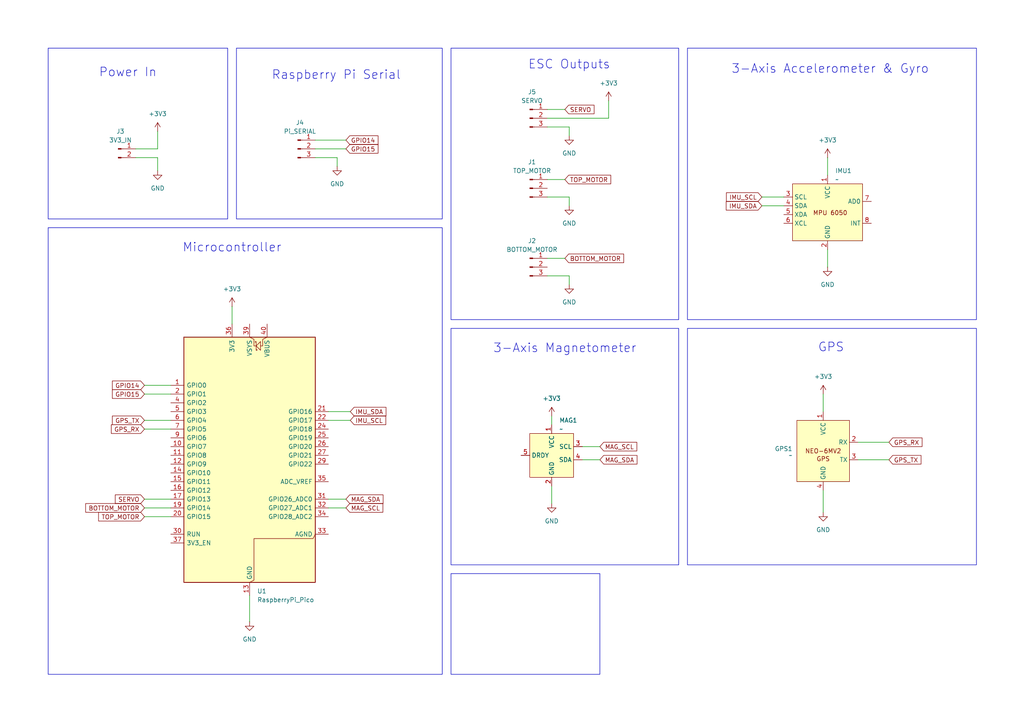
<source format=kicad_sch>
(kicad_sch (version 20231120) (generator "eeschema") (generator_version "8.0")
  (paper "A4")
  (title_block (title "Payload Flight Controller") (date "2024-03-29") (rev "1") (company "Autonomous High-Altitude Balloon Payload") (comment 1 "Scott Clemens"))
  (lib_symbols
    (symbol "Connector:Conn_01x02_Pin" (pin_names (offset 1.016) hide)
      (property "Reference" "J" (at 0 2.54 0))
      (property "Value" "Conn_01x02_Pin" (at 0 -5.08 0))
      (symbol "Conn_01x02_Pin_1_1"
        (polyline (pts (xy 1.27 -2.54) (xy 0.8636 -2.54)) (stroke (width 0.1524)))
        (polyline (pts (xy 1.27 0) (xy 0.8636 0)) (stroke (width 0.1524)))
        (rectangle (start 0.8636 -2.413) (end 0 -2.667) (stroke (width 0.1524)) (fill (type outline)))
        (rectangle (start 0.8636 0.127) (end 0 -0.127) (stroke (width 0.1524)) (fill (type outline)))
        (pin passive line (at 5.08 0 180) (length 3.81) (name "Pin_1") (number "1"))
        (pin passive line (at 5.08 -2.54 180) (length 3.81) (name "Pin_2") (number "2"))
      )
    )
    (symbol "Connector:Conn_01x03_Pin" (pin_names (offset 1.016) hide)
      (property "Reference" "J" (at 0 5.08 0))
      (property "Value" "Conn_01x03_Pin" (at 0 -5.08 0))
      (symbol "Conn_01x03_Pin_1_1"
        (polyline (pts (xy 1.27 -2.54) (xy 0.8636 -2.54)) (stroke (width 0.1524)))
        (polyline (pts (xy 1.27 0) (xy 0.8636 0)) (stroke (width 0.1524)))
        (polyline (pts (xy 1.27 2.54) (xy 0.8636 2.54)) (stroke (width 0.1524)))
        (rectangle (start 0.8636 -2.413) (end 0 -2.667) (stroke (width 0.1524)) (fill (type outline)))
        (rectangle (start 0.8636 0.127) (end 0 -0.127) (stroke (width 0.1524)) (fill (type outline)))
        (rectangle (start 0.8636 2.667) (end 0 2.413) (stroke (width 0.1524)) (fill (type outline)))
        (pin passive line (at 5.08 2.54 180) (length 3.81) (name "Pin_1") (number "1"))
        (pin passive line (at 5.08 0 180) (length 3.81) (name "Pin_2") (number "2"))
        (pin passive line (at 5.08 -2.54 180) (length 3.81) (name "Pin_3") (number "3"))
      )
    )
    (symbol "HMC5883L-Magnetometer:HMC5883L"
      (property "Reference" "MAG1" (at 2.1941 10.16 0))
      (property "Value" "~" (at 2.1941 7.62 0))
      (symbol "HMC5883L_1_1"
        (rectangle (start -6.35 6.35) (end 6.35 -6.35) (fill (type background)))
        (pin power_in line (at 0 8.89 270) (length 2.54) (name "VCC") (number "1"))
        (pin power_out line (at 0 -8.89 90) (length 2.54) (name "GND") (number "2"))
        (pin input line (at 8.89 2.54 180) (length 2.54) (name "SCL") (number "3"))
        (pin input line (at 8.89 -1.27 180) (length 2.54) (name "SDA") (number "4"))
        (pin input line (at -8.89 0 0) (length 2.54) (name "DRDY") (number "5"))
      )
    )
    (symbol "MCU_Module_RaspberryPi_Pico:RaspberryPi_Pico" (pin_names (offset 0.762))
      (property "Reference" "U" (at -19.05 38.1 0))
      (property "Value" "RaspberryPi_Pico" (at 7.62 38.1 0))
      (symbol "RaspberryPi_Pico_0_1"
        (rectangle (start -19.05 36.83) (end 19.05 -34.29) (stroke (width 0.254)) (fill (type background)))
        (polyline (pts (xy 0 36.83) (xy 1.27 36.195) (xy 1.27 34.29) (xy 1.905 34.29)))
        (polyline (pts (xy 1.905 34.29) (xy 3.175 35.56) (xy 3.175 33.02) (xy 1.905 34.29)))
        (polyline (pts (xy 5.08 36.83) (xy 3.81 36.195) (xy 3.81 34.29) (xy 3.175 34.29)))
        (polyline (pts (xy 0 -34.29) (xy 1.27 -33.655) (xy 1.27 -21.59) (xy 18.415 -21.59) (xy 19.05 -20.32)))
        (polyline (pts (xy 1.651 35.306) (xy 1.651 35.56) (xy 1.905 35.56) (xy 1.905 33.02) (xy 2.159 33.02) (xy 2.159 33.274)))
      )
      (symbol "RaspberryPi_Pico_1_1"
        (pin bidirectional line (at -22.86 22.86 0) (length 3.81) (name "GPIO0") (number "1"))
        (pin bidirectional line (at -22.86 5.08 0) (length 3.81) (name "GPIO7") (number "10"))
        (pin bidirectional line (at -22.86 2.54 0) (length 3.81) (name "GPIO8") (number "11"))
        (pin bidirectional line (at -22.86 0 0) (length 3.81) (name "GPIO9") (number "12"))
        (pin power_out line (at 0 -38.1 90) (length 3.81) (name "GND") (number "13"))
        (pin bidirectional line (at -22.86 -2.54 0) (length 3.81) (name "GPIO10") (number "14"))
        (pin bidirectional line (at -22.86 -5.08 0) (length 3.81) (name "GPIO11") (number "15"))
        (pin bidirectional line (at -22.86 -7.62 0) (length 3.81) (name "GPIO12") (number "16"))
        (pin bidirectional line (at -22.86 -10.16 0) (length 3.81) (name "GPIO13") (number "17"))
        (pin passive line (at 0 -38.1 90) (length 3.81) hide (name "GND") (number "18"))
        (pin bidirectional line (at -22.86 -12.7 0) (length 3.81) (name "GPIO14") (number "19"))
        (pin bidirectional line (at -22.86 20.32 0) (length 3.81) (name "GPIO1") (number "2"))
        (pin bidirectional line (at -22.86 -15.24 0) (length 3.81) (name "GPIO15") (number "20"))
        (pin bidirectional line (at 22.86 15.24 180) (length 3.81) (name "GPIO16") (number "21"))
        (pin bidirectional line (at 22.86 12.7 180) (length 3.81) (name "GPIO17") (number "22"))
        (pin passive line (at 0 -38.1 90) (length 3.81) hide (name "GND") (number "23"))
        (pin bidirectional line (at 22.86 10.16 180) (length 3.81) (name "GPIO18") (number "24"))
        (pin bidirectional line (at 22.86 7.62 180) (length 3.81) (name "GPIO19") (number "25"))
        (pin bidirectional line (at 22.86 5.08 180) (length 3.81) (name "GPIO20") (number "26"))
        (pin bidirectional line (at 22.86 2.54 180) (length 3.81) (name "GPIO21") (number "27"))
        (pin passive line (at 0 -38.1 90) (length 3.81) hide (name "GND") (number "28"))
        (pin bidirectional line (at 22.86 0 180) (length 3.81) (name "GPIO22") (number "29"))
        (pin passive line (at 0 -38.1 90) (length 3.81) hide (name "GND") (number "3"))
        (pin input line (at -22.86 -20.32 0) (length 3.81) (name "RUN") (number "30"))
        (pin bidirectional line (at 22.86 -10.16 180) (length 3.81) (name "GPIO26_ADC0") (number "31"))
        (pin bidirectional line (at 22.86 -12.7 180) (length 3.81) (name "GPIO27_ADC1") (number "32"))
        (pin power_in line (at 22.86 -20.32 180) (length 3.81) (name "AGND") (number "33"))
        (pin bidirectional line (at 22.86 -15.24 180) (length 3.81) (name "GPIO28_ADC2") (number "34"))
        (pin power_in line (at 22.86 -5.08 180) (length 3.81) (name "ADC_VREF") (number "35"))
        (pin power_out line (at -5.08 40.64 270) (length 3.81) (name "3V3") (number "36"))
        (pin input line (at -22.86 -22.86 0) (length 3.81) (name "3V3_EN") (number "37"))
        (pin passive line (at 0 -38.1 90) (length 3.81) hide (name "GND") (number "38"))
        (pin power_in line (at 0 40.64 270) (length 3.81) (name "VSYS") (number "39"))
        (pin bidirectional line (at -22.86 17.78 0) (length 3.81) (name "GPIO2") (number "4"))
        (pin power_out line (at 5.08 40.64 270) (length 3.81) (name "VBUS") (number "40"))
        (pin bidirectional line (at -22.86 15.24 0) (length 3.81) (name "GPIO3") (number "5"))
        (pin bidirectional line (at -22.86 12.7 0) (length 3.81) (name "GPIO4") (number "6"))
        (pin bidirectional line (at -22.86 10.16 0) (length 3.81) (name "GPIO5") (number "7"))
        (pin passive line (at 0 -38.1 90) (length 3.81) hide (name "GND") (number "8"))
        (pin bidirectional line (at -22.86 7.62 0) (length 3.81) (name "GPIO6") (number "9"))
      )
    )
    (symbol "MPU-6050:MPU-6050"
      (property "Reference" "IMU1" (at 2.1941 12.7 0))
      (property "Value" "~" (at 2.1941 10.16 0))
      (symbol "MPU-6050_1_1"
        (rectangle (start -10.16 8.89) (end 10.16 -7.62) (fill (type background)))
        (text "MPU 6050" (at 0.762 0.508 0) (effects (font (size 1.27 1.27))))
        (pin power_in line (at 0 11.43 270) (length 2.54) (name "VCC") (number "1"))
        (pin power_out line (at 0 -10.16 90) (length 2.54) (name "GND") (number "2"))
        (pin input line (at -12.7 5.08 0) (length 2.54) (name "SCL") (number "3"))
        (pin input line (at -12.7 2.54 0) (length 2.54) (name "SDA") (number "4"))
        (pin output line (at -12.7 0 0) (length 2.54) (name "XDA") (number "5"))
        (pin output line (at -12.7 -2.54 0) (length 2.54) (name "XCL") (number "6"))
        (pin output line (at 12.7 3.81 180) (length 2.54) (name "AD0") (number "7"))
        (pin output line (at 12.7 -2.54 180) (length 2.54) (name "INT") (number "8"))
      )
    )
    (symbol "NEO-6MV2-GPS:NEO-6MV2"
      (property "Reference" "GPS1" (at -8.89 0.6351 0))
      (property "Value" "~" (at -8.89 -1.27 0))
      (symbol "NEO-6MV2_1_1"
        (rectangle (start -7.62 8.89) (end 7.62 -8.89) (fill (type background)))
        (text "GPS" (at 0 -2.286 0) (effects (font (size 1.27 1.27))))
        (text "NEO-6MV2" (at 0 0 0) (effects (font (size 1.27 1.27))))
        (pin power_in line (at 0 11.43 270) (length 2.54) (name "VCC") (number "1"))
        (pin input line (at 10.16 2.54 180) (length 2.54) (name "RX") (number "2"))
        (pin output line (at 10.16 -2.54 180) (length 2.54) (name "TX") (number "3"))
        (pin power_out line (at 0 -11.43 90) (length 2.54) (name "GND") (number "4"))
      )
    )
    (symbol "power:+3V3" (power) (pin_numbers hide) (pin_names (offset 0) hide)
      (property "Value" "+3V3" (at 0 3.556 0))
      (symbol "+3V3_0_1"
        (polyline (pts (xy -0.762 1.27) (xy 0 2.54)))
        (polyline (pts (xy 0 0) (xy 0 2.54)))
        (polyline (pts (xy 0 2.54) (xy 0.762 1.27)))
      )
      (symbol "+3V3_1_1"
        (pin power_in line (at 0 0 90) (length 0) (name "~") (number "1"))
      )
    )
    (symbol "power:GND" (power) (pin_numbers hide) (pin_names (offset 0) hide)
      (property "Value" "GND" (at 0 -3.81 0))
      (symbol "GND_0_1"
        (polyline (pts (xy 0 0) (xy 0 -1.27) (xy 1.27 -1.27) (xy 0 -2.54) (xy -1.27 -1.27) (xy 0 -1.27)))
      )
      (symbol "GND_1_1"
        (pin power_in line (at 0 0 270) (length 0) (name "~") (number "1"))
      )
    )
  )
  (wire (pts (xy 240.03 45.72) (xy 240.03 50.8)))
  (wire (pts (xy 168.91 133.35) (xy 173.99 133.35)))
  (wire (pts (xy 158.75 80.01) (xy 165.1 80.01)))
  (wire (pts (xy 95.25 144.78) (xy 100.33 144.78)))
  (wire (pts (xy 91.44 45.72) (xy 97.79 45.72)))
  (wire (pts (xy 160.02 120.65) (xy 160.02 123.19)))
  (wire (pts (xy 158.75 34.29) (xy 176.53 34.29)))
  (wire (pts (xy 95.25 121.92) (xy 101.6 121.92)))
  (wire (pts (xy 91.44 40.64) (xy 100.33 40.64)))
  (wire (pts (xy 41.91 124.46) (xy 49.53 124.46)))
  (wire (pts (xy 41.91 147.32) (xy 49.53 147.32)))
  (wire (pts (xy 220.98 59.69) (xy 227.33 59.69)))
  (wire (pts (xy 39.37 43.18) (xy 45.72 43.18)))
  (wire (pts (xy 165.1 57.15) (xy 165.1 59.69)))
  (wire (pts (xy 41.91 121.92) (xy 49.53 121.92)))
  (wire (pts (xy 95.25 147.32) (xy 100.33 147.32)))
  (wire (pts (xy 95.25 119.38) (xy 101.6 119.38)))
  (wire (pts (xy 158.75 74.93) (xy 163.83 74.93)))
  (wire (pts (xy 39.37 45.72) (xy 45.72 45.72)))
  (wire (pts (xy 158.75 57.15) (xy 165.1 57.15)))
  (wire (pts (xy 97.79 45.72) (xy 97.79 48.26)))
  (wire (pts (xy 158.75 52.07) (xy 163.83 52.07)))
  (wire (pts (xy 238.76 114.3) (xy 238.76 119.38)))
  (wire (pts (xy 45.72 45.72) (xy 45.72 49.53)))
  (wire (pts (xy 176.53 29.21) (xy 176.53 34.29)))
  (wire (pts (xy 72.39 172.72) (xy 72.39 180.34)))
  (wire (pts (xy 91.44 43.18) (xy 100.33 43.18)))
  (wire (pts (xy 67.31 88.9) (xy 67.31 93.98)))
  (wire (pts (xy 248.92 128.27) (xy 257.81 128.27)))
  (wire (pts (xy 240.03 72.39) (xy 240.03 77.47)))
  (wire (pts (xy 41.91 144.78) (xy 49.53 144.78)))
  (wire (pts (xy 238.76 142.24) (xy 238.76 148.59)))
  (wire (pts (xy 45.72 38.1) (xy 45.72 43.18)))
  (wire (pts (xy 41.91 111.76) (xy 49.53 111.76)))
  (wire (pts (xy 220.98 57.15) (xy 227.33 57.15)))
  (wire (pts (xy 248.92 133.35) (xy 257.81 133.35)))
  (wire (pts (xy 41.91 149.86) (xy 49.53 149.86)))
  (wire (pts (xy 41.91 114.3) (xy 49.53 114.3)))
  (wire (pts (xy 165.1 80.01) (xy 165.1 82.55)))
  (wire (pts (xy 158.75 31.75) (xy 163.83 31.75)))
  (wire (pts (xy 165.1 36.83) (xy 165.1 39.37)))
  (wire (pts (xy 158.75 36.83) (xy 165.1 36.83)))
  (wire (pts (xy 160.02 140.97) (xy 160.02 146.05)))
  (wire (pts (xy 168.91 129.54) (xy 173.99 129.54)))
  (rectangle (start 13.97 13.97) (end 66.04 63.5))
  (rectangle (start 130.81 95.25) (end 196.85 163.83))
  (rectangle (start 68.58 13.97) (end 128.27 63.5))
  (rectangle (start 130.81 166.37) (end 173.99 195.58))
  (rectangle (start 199.39 95.25) (end 283.21 163.83))
  (rectangle (start 130.81 13.97) (end 196.85 92.71))
  (rectangle (start 13.97 66.04) (end 128.27 195.58))
  (rectangle (start 199.39 13.97) (end 283.21 92.71))
  (text "3-Axis Accelerometer & Gyro" (at 240.792 20.066 0) (effects (font (size 2.54 2.54))))
  (text "3-Axis Magnetometer" (at 163.83 101.092 0) (effects (font (size 2.54 2.54))))
  (text "ESC Outputs" (at 165.1 18.796 0) (effects (font (size 2.54 2.54))))
  (text "Raspberry Pi Serial" (at 97.536 21.844 0) (effects (font (size 2.54 2.54))))
  (text "Power In" (at 37.084 21.082 0) (effects (font (size 2.54 2.54))))
  (text "Microcontroller" (at 67.31 71.882 0) (effects (font (size 2.54 2.54))))
  (text "GPS" (at 241.046 100.838 0) (effects (font (size 2.54 2.54))))
  (global_label "IMU_SDA" (shape input) (at 101.6 119.38 0) (property "Intersheetrefs" "${INTERSHEET_REFS}" (effects (hide yes))))
  (global_label "SERVO" (shape input) (at 163.83 31.75 0) (property "Intersheetrefs" "${INTERSHEET_REFS}" (effects (hide yes))))
  (global_label "TOP_MOTOR" (shape input) (at 163.83 52.07 0) (property "Intersheetrefs" "${INTERSHEET_REFS}" (effects (hide yes))))
  (global_label "IMU_SDA" (shape input) (at 220.98 59.69 180) (property "Intersheetrefs" "${INTERSHEET_REFS}" (effects (hide yes))))
  (global_label "GPS_TX" (shape input) (at 41.91 121.92 180) (property "Intersheetrefs" "${INTERSHEET_REFS}" (effects (hide yes))))
  (global_label "MAG_SCL" (shape input) (at 100.33 147.32 0) (property "Intersheetrefs" "${INTERSHEET_REFS}" (effects (hide yes))))
  (global_label "BOTTOM_MOTOR" (shape input) (at 41.91 147.32 180) (property "Intersheetrefs" "${INTERSHEET_REFS}" (effects (hide yes))))
  (global_label "MAG_SDA" (shape input) (at 100.33 144.78 0) (property "Intersheetrefs" "${INTERSHEET_REFS}" (effects (hide yes))))
  (global_label "SERVO" (shape input) (at 41.91 144.78 180) (property "Intersheetrefs" "${INTERSHEET_REFS}" (effects (hide yes))))
  (global_label "GPIO15" (shape input) (at 100.33 43.18 0) (property "Intersheetrefs" "${INTERSHEET_REFS}" (effects (hide yes))))
  (global_label "GPS_RX" (shape input) (at 257.81 128.27 0) (property "Intersheetrefs" "${INTERSHEET_REFS}" (effects (hide yes))))
  (global_label "MAG_SDA" (shape input) (at 173.99 133.35 0) (property "Intersheetrefs" "${INTERSHEET_REFS}" (effects (hide yes))))
  (global_label "BOTTOM_MOTOR" (shape input) (at 163.83 74.93 0) (property "Intersheetrefs" "${INTERSHEET_REFS}" (effects (hide yes))))
  (global_label "TOP_MOTOR" (shape input) (at 41.91 149.86 180) (property "Intersheetrefs" "${INTERSHEET_REFS}" (effects (hide yes))))
  (global_label "GPIO14" (shape input) (at 41.91 111.76 180) (property "Intersheetrefs" "${INTERSHEET_REFS}" (effects (hide yes))))
  (global_label "GPIO15" (shape input) (at 41.91 114.3 180) (property "Intersheetrefs" "${INTERSHEET_REFS}" (effects (hide yes))))
  (global_label "GPS_RX" (shape input) (at 41.91 124.46 180) (property "Intersheetrefs" "${INTERSHEET_REFS}" (effects (hide yes))))
  (global_label "GPS_TX" (shape input) (at 257.81 133.35 0) (property "Intersheetrefs" "${INTERSHEET_REFS}" (effects (hide yes))))
  (global_label "IMU_SCL" (shape input) (at 220.98 57.15 180) (property "Intersheetrefs" "${INTERSHEET_REFS}" (effects (hide yes))))
  (global_label "GPIO14" (shape input) (at 100.33 40.64 0) (property "Intersheetrefs" "${INTERSHEET_REFS}" (effects (hide yes))))
  (global_label "IMU_SCL" (shape input) (at 101.6 121.92 0) (property "Intersheetrefs" "${INTERSHEET_REFS}" (effects (hide yes))))
  (global_label "MAG_SCL" (shape input) (at 173.99 129.54 0) (property "Intersheetrefs" "${INTERSHEET_REFS}" (effects (hide yes))))
  (symbol (lib_id "power:+3V3") (at 240.03 45.72 0) (unit 1)
    (property "Reference" "#PWR012" (effects (hide yes)))
    (property "Value" "+3V3" (at 240.03 40.64 0))
    (property "Description" "Power symbol creates a global label with name \"+3V3\"" (effects (hide yes)))
  )
  (symbol (lib_id "power:+3V3") (at 238.76 114.3 0) (unit 1)
    (property "Reference" "#PWR013" (effects (hide yes)))
    (property "Value" "+3V3" (at 238.76 109.22 0))
    (property "Description" "Power symbol creates a global label with name \"+3V3\"" (effects (hide yes)))
  )
  (symbol (lib_id "power:GND") (at 160.02 146.05 0) (unit 1)
    (property "Reference" "#PWR04" (effects (hide yes)))
    (property "Value" "GND" (at 160.02 151.13 0))
    (property "Description" "Power symbol creates a global label with name \"GND\" , ground" (effects (hide yes)))
  )
  (symbol (lib_id "power:GND") (at 165.1 59.69 0) (unit 1)
    (property "Reference" "#PWR07" (effects (hide yes)))
    (property "Value" "GND" (at 165.1 64.77 0))
    (property "Description" "Power symbol creates a global label with name \"GND\" , ground" (effects (hide yes)))
  )
  (symbol (lib_id "Connector:Conn_01x03_Pin") (at 153.67 54.61 0) (unit 1)
    (property "Reference" "J1" (at 154.305 46.99 0))
    (property "Value" "TOP_MOTOR" (at 154.305 49.53 0))
    (property "Footprint" "Connector_PinHeader_1.27mm:PinHeader_1x03_P1.27mm_Vertical" (effects (hide yes)))
    (property "Description" "Generic connector, single row, 01x03, script generated" (effects (hide yes)))
  )
  (symbol (lib_id "Connector:Conn_01x02_Pin") (at 34.29 43.18 0) (unit 1)
    (property "Reference" "J3" (at 34.925 38.1 0))
    (property "Value" "3V3_IN" (at 34.925 40.64 0))
    (property "Footprint" "Connector_PinHeader_1.27mm:PinHeader_1x02_P1.27mm_Vertical" (effects (hide yes)))
    (property "Description" "Generic connector, single row, 01x02, script generated" (effects (hide yes)))
  )
  (symbol (lib_id "power:GND") (at 97.79 48.26 0) (unit 1)
    (property "Reference" "#PWR02" (effects (hide yes)))
    (property "Value" "GND" (at 97.79 53.34 0))
    (property "Description" "Power symbol creates a global label with name \"GND\" , ground" (effects (hide yes)))
  )
  (symbol (lib_id "power:GND") (at 72.39 180.34 0) (unit 1)
    (property "Reference" "#PWR05" (effects (hide yes)))
    (property "Value" "GND" (at 72.39 185.42 0))
    (property "Description" "Power symbol creates a global label with name \"GND\" , ground" (effects (hide yes)))
  )
  (symbol (lib_id "power:GND") (at 165.1 39.37 0) (unit 1)
    (property "Reference" "#PWR011" (effects (hide yes)))
    (property "Value" "GND" (at 165.1 44.45 0))
    (property "Description" "Power symbol creates a global label with name \"GND\" , ground" (effects (hide yes)))
  )
  (symbol (lib_id "power:GND") (at 165.1 82.55 0) (unit 1)
    (property "Reference" "#PWR08" (effects (hide yes)))
    (property "Value" "GND" (at 165.1 87.63 0))
    (property "Description" "Power symbol creates a global label with name \"GND\" , ground" (effects (hide yes)))
  )
  (symbol (lib_id "HMC5883L-Magnetometer:HMC5883L") (at 160.02 132.08 0) (unit 1)
    (property "Reference" "MAG1" (at 162.2141 121.92 0) (effects (justify left)))
    (property "Value" "~" (at 162.2141 124.46 0) (effects (justify left)))
    (property "Footprint" "Connector_PinHeader_1.27mm:PinHeader_1x05_P1.27mm_Vertical" (effects (hide yes)))
  )
  (symbol (lib_id "NEO-6MV2-GPS:NEO-6MV2") (at 238.76 130.81 0) (unit 1)
    (property "Reference" "GPS1" (at 229.87 130.1749 0) (effects (justify right)))
    (property "Value" "~" (at 229.87 132.08 0) (effects (justify right)))
    (property "Footprint" "Connector_PinHeader_1.27mm:PinHeader_1x04_P1.27mm_Vertical" (effects (hide yes)))
  )
  (symbol (lib_id "MPU-6050:MPU-6050") (at 240.03 62.23 0) (unit 1)
    (property "Reference" "IMU1" (at 242.2241 49.53 0) (effects (justify left)))
    (property "Value" "~" (at 242.2241 52.07 0) (effects (justify left)))
    (property "Footprint" "Connector_PinHeader_1.27mm:PinHeader_1x08_P1.27mm_Vertical" (effects (hide yes)))
  )
  (symbol (lib_id "power:+3V3") (at 67.31 88.9 0) (unit 1)
    (property "Reference" "#PWR09" (effects (hide yes)))
    (property "Value" "+3V3" (at 67.31 83.82 0))
    (property "Description" "Power symbol creates a global label with name \"+3V3\"" (effects (hide yes)))
  )
  (symbol (lib_id "power:GND") (at 45.72 49.53 0) (unit 1)
    (property "Reference" "#PWR06" (effects (hide yes)))
    (property "Value" "GND" (at 45.72 54.61 0))
    (property "Description" "Power symbol creates a global label with name \"GND\" , ground" (effects (hide yes)))
  )
  (symbol (lib_id "Connector:Conn_01x03_Pin") (at 86.36 43.18 0) (unit 1)
    (property "Reference" "J4" (at 86.995 35.56 0))
    (property "Value" "Pi_SERIAL" (at 86.995 38.1 0))
    (property "Footprint" "Connector_PinHeader_1.27mm:PinHeader_1x03_P1.27mm_Vertical" (effects (hide yes)))
    (property "Description" "Generic connector, single row, 01x03, script generated" (effects (hide yes)))
  )
  (symbol (lib_id "Connector:Conn_01x03_Pin") (at 153.67 77.47 0) (unit 1)
    (property "Reference" "J2" (at 154.305 69.85 0))
    (property "Value" "BOTTOM_MOTOR" (at 154.305 72.39 0))
    (property "Footprint" "Connector_PinHeader_1.27mm:PinHeader_1x03_P1.27mm_Vertical" (effects (hide yes)))
    (property "Description" "Generic connector, single row, 01x03, script generated" (effects (hide yes)))
  )
  (symbol (lib_id "Connector:Conn_01x03_Pin") (at 153.67 34.29 0) (unit 1)
    (property "Reference" "J5" (at 154.305 26.67 0))
    (property "Value" "SERVO" (at 154.305 29.21 0))
    (property "Footprint" "Connector_PinHeader_1.27mm:PinHeader_1x03_P1.27mm_Vertical" (effects (hide yes)))
    (property "Description" "Generic connector, single row, 01x03, script generated" (effects (hide yes)))
  )
  (symbol (lib_id "MCU_Module_RaspberryPi_Pico:RaspberryPi_Pico") (at 72.39 134.62 0) (unit 1)
    (property "Reference" "U1" (at 74.5841 171.45 0) (effects (justify left)))
    (property "Value" "RaspberryPi_Pico" (at 74.5841 173.99 0) (effects (justify left)))
    (property "Footprint" "Module_RaspberryPi_Pico:RaspberryPi_Pico_Original_SMD_MountingHoles_Castellated_HandSolder" (effects (hide yes)))
    (property "Datasheet" "https://datasheets.raspberrypi.com/pico/pico-datasheet.pdf" (effects (hide yes)))
    (property "Description" "Versatile and inexpensive microcontroller module powered by RP2040 dual-core Arm Cortex-M0+ processor up to 133 MHz, 264kB SRAM, 2MB QSPI flash" (effects (hide yes)))
  )
  (symbol (lib_id "power:+3V3") (at 176.53 29.21 0) (unit 1)
    (property "Reference" "#PWR017" (effects (hide yes)))
    (property "Value" "+3V3" (at 176.53 24.13 0))
    (property "Description" "Power symbol creates a global label with name \"+3V3\"" (effects (hide yes)))
  )
  (symbol (lib_id "power:GND") (at 240.03 77.47 0) (unit 1)
    (property "Reference" "#PWR01" (effects (hide yes)))
    (property "Value" "GND" (at 240.03 82.55 0))
    (property "Description" "Power symbol creates a global label with name \"GND\" , ground" (effects (hide yes)))
  )
  (symbol (lib_id "power:GND") (at 238.76 148.59 0) (unit 1)
    (property "Reference" "#PWR03" (effects (hide yes)))
    (property "Value" "GND" (at 238.76 153.67 0))
    (property "Description" "Power symbol creates a global label with name \"GND\" , ground" (effects (hide yes)))
  )
  (symbol (lib_id "power:+3V3") (at 160.02 120.65 0) (unit 1)
    (property "Reference" "#PWR010" (effects (hide yes)))
    (property "Value" "+3V3" (at 160.02 115.57 0))
    (property "Description" "Power symbol creates a global label with name \"+3V3\"" (effects (hide yes)))
  )
  (symbol (lib_id "power:+3V3") (at 45.72 38.1 0) (unit 1)
    (property "Reference" "#PWR015" (effects (hide yes)))
    (property "Value" "+3V3" (at 45.72 33.02 0))
    (property "Description" "Power symbol creates a global label with name \"+3V3\"" (effects (hide yes)))
  )
)
</source>
